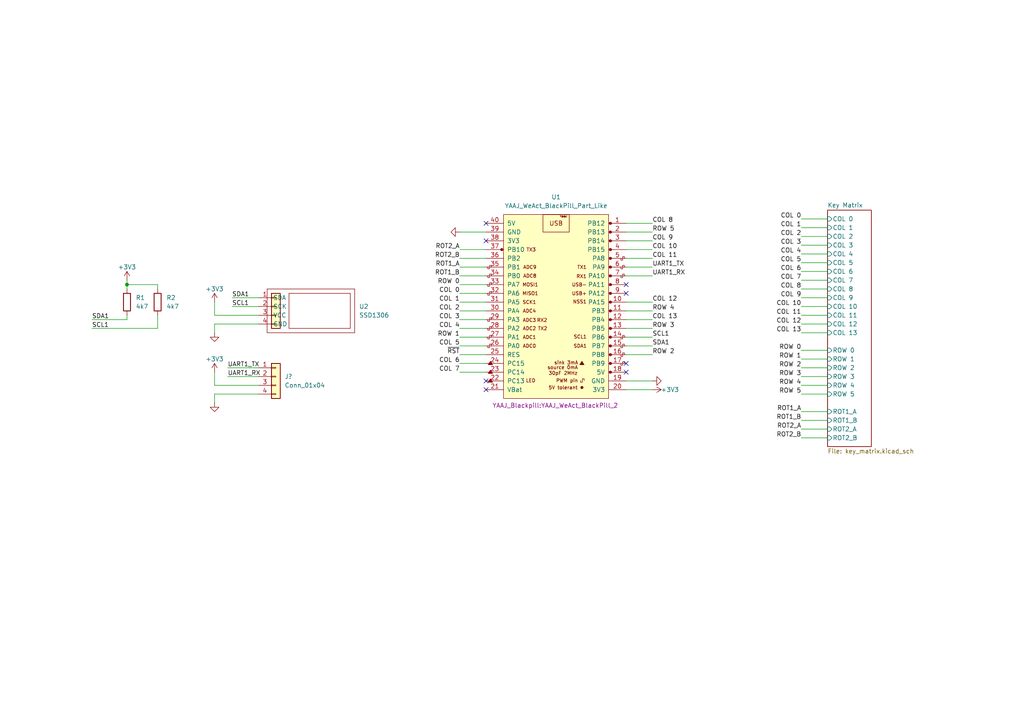
<source format=kicad_sch>
(kicad_sch (version 20211123) (generator eeschema)
  (paper "A4")
  (lib_symbols
    (symbol "Connector_Generic:Conn_01x04" (pin_names (offset 1.016) hide)
      (property "Reference" "J" (at 0 5.08 0))
      (property "Value" "Conn_01x04" (at 0 -7.62 0))
      (symbol "Conn_01x04_1_1"
        (rectangle (start -1.27 -4.953) (end 0 -5.207) (stroke (width 0.1524)))
        (rectangle (start -1.27 -2.413) (end 0 -2.667) (stroke (width 0.1524)))
        (rectangle (start -1.27 0.127) (end 0 -0.127) (stroke (width 0.1524)))
        (rectangle (start -1.27 2.667) (end 0 2.413) (stroke (width 0.1524)))
        (rectangle (start -1.27 3.81) (end 1.27 -6.35) (stroke (width 0.254)) (fill (type background)))
        (pin passive line (at -5.08 2.54 0) (length 3.81) (name "Pin_1") (number "1"))
        (pin passive line (at -5.08 0 0) (length 3.81) (name "Pin_2") (number "2"))
        (pin passive line (at -5.08 -2.54 0) (length 3.81) (name "Pin_3") (number "3"))
        (pin passive line (at -5.08 -5.08 0) (length 3.81) (name "Pin_4") (number "4"))
      )
    )
    (symbol "Device:R" (pin_numbers hide) (pin_names (offset 0))
      (property "Reference" "R" (at 2.032 0 90))
      (property "Value" "R" (at 0 0 90))
      (symbol "R_0_1"
        (rectangle (start -1.016 -2.54) (end 1.016 2.54) (stroke (width 0.254)))
      )
      (symbol "R_1_1"
        (pin passive line (at 0 3.81 270) (length 1.27) (name "~") (number "1"))
        (pin passive line (at 0 -3.81 90) (length 1.27) (name "~") (number "2"))
      )
    )
    (symbol "YAAJ_WeAct_BlackPill_Part_Like:YAAJ_WeAct_BlackPill_Part_Like" (pin_names (offset 1.016))
      (property "Reference" "U" (at -12.7 27.94 0))
      (property "Value" "YAAJ_WeAct_BlackPill_Part_Like" (at 0 2.54 90))
      (symbol "YAAJ_WeAct_BlackPill_Part_Like_0_0"
        (circle (center -15.748 -20.32) (radius 0.3556) (fill (type outline)))
        (circle (center -15.748 -17.78) (radius 0.3556) (fill (type outline)))
        (circle (center -15.748 -15.24) (radius 0.3556) (fill (type outline)))
        (circle (center -15.748 -12.7) (radius 0.3556) (fill (type outline)))
        (circle (center -15.748 -10.16) (radius 0.3556) (fill (type outline)))
        (circle (center -15.748 -7.62) (radius 0.3556) (fill (type outline)))
        (circle (center -15.748 -5.08) (radius 0.3556) (fill (type outline)))
        (circle (center -15.748 -2.54) (radius 0.3556) (fill (type outline)))
        (circle (center -15.748 0) (radius 0.3556) (fill (type outline)))
        (circle (center -15.748 2.54) (radius 0.3556) (fill (type outline)))
        (circle (center -15.748 5.08) (radius 0.3556) (fill (type outline)))
        (circle (center -15.748 7.62) (radius 0.3556) (fill (type outline)))
        (circle (center -15.748 10.16) (radius 0.3556) (fill (type outline)))
        (circle (center -15.748 12.7) (radius 0.3556) (fill (type outline)))
        (circle (center -15.748 15.24) (radius 0.3556) (fill (type outline)))
        (circle (center -15.748 17.78) (radius 0.3556) (fill (type outline)))
        (circle (center -15.748 22.86) (radius 0.3556) (fill (type outline)))
        (circle (center -7.493 -24.765) (radius 0.127) (fill (type outline)))
        (circle (center -7.493 -24.765) (radius 0.254))
        (circle (center -7.493 -24.765) (radius 0.3556))
        (polyline (pts (xy -8.128 -18.161) (xy -7.493 -17.145) (xy -6.858 -18.161) (xy -8.128 -18.161) (xy -7.493 -17.272) (xy -6.985 -18.161) (xy -8.001 -18.034) (xy -7.493 -17.399) (xy -7.112 -18.161) (xy -7.874 -17.907) (xy -7.366 -17.526) (xy -7.239 -18.161) (xy -7.747 -17.78) (xy -7.239 -17.653) (xy -7.366 -18.034) (xy -7.62 -17.78) (xy -7.366 -17.907) (xy -7.493 -17.653)))
        (polyline (pts (xy 18.415 -23.241) (xy 19.05 -22.225) (xy 19.685 -23.241) (xy 18.415 -23.241) (xy 19.05 -22.352) (xy 19.558 -23.241) (xy 18.542 -23.114) (xy 19.05 -22.479) (xy 19.431 -23.241) (xy 18.669 -22.987) (xy 19.177 -22.606) (xy 19.304 -23.241) (xy 18.796 -22.86) (xy 19.304 -22.733) (xy 19.177 -23.114) (xy 18.923 -22.86) (xy 19.177 -22.987) (xy 19.05 -22.733)))
        (polyline (pts (xy 18.415 -20.701) (xy 19.05 -19.685) (xy 19.685 -20.701) (xy 18.415 -20.701) (xy 19.05 -19.812) (xy 19.558 -20.701) (xy 18.542 -20.574) (xy 19.05 -19.939) (xy 19.431 -20.701) (xy 18.669 -20.447) (xy 19.177 -20.066) (xy 19.304 -20.701) (xy 18.796 -20.32) (xy 19.304 -20.193) (xy 19.177 -20.574) (xy 18.923 -20.32) (xy 19.177 -20.447) (xy 19.05 -20.193)))
        (polyline (pts (xy 18.415 -18.161) (xy 19.05 -17.145) (xy 19.685 -18.161) (xy 18.415 -18.161) (xy 19.05 -17.272) (xy 19.558 -18.161) (xy 18.542 -18.034) (xy 19.05 -17.399) (xy 19.431 -18.161) (xy 18.669 -17.907) (xy 19.177 -17.526) (xy 19.304 -18.161) (xy 18.796 -17.78) (xy 19.304 -17.653) (xy 19.177 -18.034) (xy 18.923 -17.78) (xy 19.177 -17.907) (xy 19.05 -17.653)))
        (circle (center 15.748 15.24) (radius 0.254) (fill (type outline)))
        (circle (center 15.748 15.24) (radius 0.3556))
        (text "30pF 2MHz" (at -2.032 -20.574 0) (effects (font (size 0.9906 0.9906))))
        (text "5V tolerant" (at -2.032 -24.765 0) (effects (font (size 0.9906 0.9906))))
        (text "ADC0" (at 7.747 -12.7 0) (effects (font (size 0.9906 0.9906))))
        (text "ADC1" (at 7.747 -10.16 0) (effects (font (size 0.9906 0.9906))))
        (text "ADC2" (at 7.747 -7.62 0) (effects (font (size 0.9906 0.9906))))
        (text "ADC3" (at 7.747 -5.207 0) (effects (font (size 0.9906 0.9906))))
        (text "ADC4" (at 7.747 -2.54 0) (effects (font (size 0.9906 0.9906))))
        (text "ADC8" (at 7.62 7.62 0) (effects (font (size 0.9906 0.9906))))
        (text "ADC9" (at 7.62 10.16 0) (effects (font (size 0.9906 0.9906))))
        (text "LED" (at 7.366 -22.733 0) (effects (font (size 0.9906 0.9906))))
        (text "MISO1" (at 7.493 2.54 0) (effects (font (size 0.9906 0.9906))))
        (text "MOSI1" (at 7.493 5.08 0) (effects (font (size 0.9906 0.9906))))
        (text "NSS1" (at -6.858 0.127 0) (effects (font (size 0.9906 0.9906))))
        (text "PWM pin" (at -3.175 -22.733 0) (effects (font (size 0.9906 0.9906))))
        (text "RX1" (at -7.366 7.493 0) (effects (font (size 0.9906 0.9906))))
        (text "RX2" (at 4.064 -5.207 0) (effects (font (size 0.9906 0.9906))))
        (text "SCK1" (at 7.747 0 0) (effects (font (size 0.9906 0.9906))))
        (text "SCL1" (at -6.985 -10.033 0) (effects (font (size 0.9906 0.9906))))
        (text "SDA1" (at -6.985 -12.7 0) (effects (font (size 0.9906 0.9906))))
        (text "sink 3mA" (at -2.921 -17.526 0) (effects (font (size 0.9906 0.9906))))
        (text "source 0mA" (at -1.905 -18.923 0) (effects (font (size 0.9906 0.9906))))
        (text "TX1" (at -7.493 10.16 0) (effects (font (size 0.9906 0.9906))))
        (text "TX2" (at 3.937 -7.62 0) (effects (font (size 0.9906 0.9906))))
        (text "TX3" (at 7.239 15.24 0) (effects (font (size 0.9906 0.9906))))
        (text "USB" (at 0 22.86 0) (effects (font (size 1.27 1.27))))
        (text "USB+" (at -6.731 2.54 0) (effects (font (size 0.9906 0.9906))))
        (text "USB-" (at -6.731 5.08 0) (effects (font (size 0.9906 0.9906))))
        (text "Y@@J" (at -2.159 24.892 0) (effects (font (size 0.508 0.508))))
      )
      (symbol "YAAJ_WeAct_BlackPill_Part_Like_0_1"
        (rectangle (start -15.24 25.4) (end 15.24 -27.94) (fill (type background)))
        (polyline (pts (xy -18.796 -17.78) (xy -18.796 -18.288) (xy -19.304 -18.288) (xy -19.304 -17.272) (xy -19.812 -17.272) (xy -19.812 -17.78)))
        (polyline (pts (xy -18.796 -15.24) (xy -18.796 -15.748) (xy -19.304 -15.748) (xy -19.304 -14.732) (xy -19.812 -14.732) (xy -19.812 -15.24)))
        (polyline (pts (xy -18.796 -12.7) (xy -18.796 -13.208) (xy -19.304 -13.208) (xy -19.304 -12.192) (xy -19.812 -12.192) (xy -19.812 -12.7)))
        (polyline (pts (xy -18.796 -10.16) (xy -18.796 -10.668) (xy -19.304 -10.668) (xy -19.304 -9.652) (xy -19.812 -9.652) (xy -19.812 -10.16)))
        (polyline (pts (xy -18.796 7.62) (xy -18.796 7.112) (xy -19.304 7.112) (xy -19.304 8.128) (xy -19.812 8.128) (xy -19.812 7.62)))
        (polyline (pts (xy -18.796 10.16) (xy -18.796 9.652) (xy -19.304 9.652) (xy -19.304 10.668) (xy -19.812 10.668) (xy -19.812 10.16)))
        (polyline (pts (xy -18.796 12.7) (xy -18.796 12.192) (xy -19.304 12.192) (xy -19.304 13.208) (xy -19.812 13.208) (xy -19.812 12.7)))
        (polyline (pts (xy -7.112 -22.733) (xy -7.112 -23.241) (xy -7.62 -23.241) (xy -7.62 -22.225) (xy -8.128 -22.225) (xy -8.128 -22.733)))
        (polyline (pts (xy 19.812 -12.7) (xy 19.812 -13.208) (xy 19.304 -13.208) (xy 19.304 -12.192) (xy 18.796 -12.192) (xy 18.796 -12.7)))
        (polyline (pts (xy 19.812 -10.16) (xy 19.812 -10.668) (xy 19.304 -10.668) (xy 19.304 -9.652) (xy 18.796 -9.652) (xy 18.796 -10.16)))
        (polyline (pts (xy 19.812 -7.62) (xy 19.812 -8.128) (xy 19.304 -8.128) (xy 19.304 -7.112) (xy 18.796 -7.112) (xy 18.796 -7.62)))
        (polyline (pts (xy 19.812 -5.08) (xy 19.812 -5.588) (xy 19.304 -5.588) (xy 19.304 -4.572) (xy 18.796 -4.572) (xy 18.796 -5.08)))
        (polyline (pts (xy 19.812 2.54) (xy 19.812 2.032) (xy 19.304 2.032) (xy 19.304 3.048) (xy 18.796 3.048) (xy 18.796 2.54)))
        (polyline (pts (xy 19.812 5.08) (xy 19.812 4.572) (xy 19.304 4.572) (xy 19.304 5.588) (xy 18.796 5.588) (xy 18.796 5.08)))
        (polyline (pts (xy 19.812 7.62) (xy 19.812 7.112) (xy 19.304 7.112) (xy 19.304 8.128) (xy 18.796 8.128) (xy 18.796 7.62)))
        (polyline (pts (xy 19.812 10.16) (xy 19.812 9.652) (xy 19.304 9.652) (xy 19.304 10.668) (xy 18.796 10.668) (xy 18.796 10.16)))
        (rectangle (start 3.81 25.4) (end -3.81 20.32))
      )
      (symbol "YAAJ_WeAct_BlackPill_Part_Like_1_1"
        (circle (center -15.748 20.32) (radius 0.3556) (fill (type outline)))
        (pin bidirectional line (at -20.32 22.86 0) (length 5.08) (name "PB12") (number "1"))
        (pin bidirectional line (at -20.32 0 0) (length 5.08) (name "PA15") (number "10"))
        (pin bidirectional line (at -20.32 -2.54 0) (length 5.08) (name "PB3") (number "11"))
        (pin bidirectional line (at -20.32 -5.08 0) (length 5.08) (name "PB4") (number "12"))
        (pin bidirectional line (at -20.32 -7.62 0) (length 5.08) (name "PB5") (number "13"))
        (pin bidirectional line (at -20.32 -10.16 0) (length 5.08) (name "PB6") (number "14"))
        (pin bidirectional line (at -20.32 -12.7 0) (length 5.08) (name "PB7") (number "15"))
        (pin bidirectional line (at -20.32 -15.24 0) (length 5.08) (name "PB8") (number "16"))
        (pin bidirectional line (at -20.32 -17.78 0) (length 5.08) (name "PB9") (number "17"))
        (pin power_in line (at -20.32 -20.32 0) (length 5.08) (name "5V") (number "18"))
        (pin power_in line (at -20.32 -22.86 0) (length 5.08) (name "GND") (number "19"))
        (pin bidirectional line (at -20.32 20.32 0) (length 5.08) (name "PB13") (number "2"))
        (pin power_in line (at -20.32 -25.4 0) (length 5.08) (name "3V3") (number "20"))
        (pin power_in line (at 20.32 -25.4 180) (length 5.08) (name "VBat") (number "21"))
        (pin bidirectional line (at 20.32 -22.86 180) (length 5.08) (name "PC13") (number "22"))
        (pin bidirectional line (at 20.32 -20.32 180) (length 5.08) (name "PC14") (number "23"))
        (pin bidirectional line (at 20.32 -17.78 180) (length 5.08) (name "PC15") (number "24"))
        (pin input line (at 20.32 -15.24 180) (length 5.08) (name "RES") (number "25"))
        (pin bidirectional line (at 20.32 -12.7 180) (length 5.08) (name "PA0") (number "26"))
        (pin bidirectional line (at 20.32 -10.16 180) (length 5.08) (name "PA1") (number "27"))
        (pin bidirectional line (at 20.32 -7.62 180) (length 5.08) (name "PA2") (number "28"))
        (pin bidirectional line (at 20.32 -5.08 180) (length 5.08) (name "PA3") (number "29"))
        (pin bidirectional line (at -20.32 17.78 0) (length 5.08) (name "PB14") (number "3"))
        (pin bidirectional line (at 20.32 -2.54 180) (length 5.08) (name "PA4") (number "30"))
        (pin bidirectional line (at 20.32 0 180) (length 5.08) (name "PA5") (number "31"))
        (pin bidirectional line (at 20.32 2.54 180) (length 5.08) (name "PA6") (number "32"))
        (pin bidirectional line (at 20.32 5.08 180) (length 5.08) (name "PA7") (number "33"))
        (pin bidirectional line (at 20.32 7.62 180) (length 5.08) (name "PB0") (number "34"))
        (pin bidirectional line (at 20.32 10.16 180) (length 5.08) (name "PB1") (number "35"))
        (pin bidirectional line (at 20.32 12.7 180) (length 5.08) (name "PB2") (number "36"))
        (pin bidirectional line (at 20.32 15.24 180) (length 5.08) (name "PB10") (number "37"))
        (pin power_in line (at 20.32 17.78 180) (length 5.08) (name "3V3") (number "38"))
        (pin power_in line (at 20.32 20.32 180) (length 5.08) (name "GND") (number "39"))
        (pin bidirectional line (at -20.32 15.24 0) (length 5.08) (name "PB15") (number "4"))
        (pin power_in line (at 20.32 22.86 180) (length 5.08) (name "5V") (number "40"))
        (pin bidirectional line (at -20.32 12.7 0) (length 5.08) (name "PA8") (number "5"))
        (pin bidirectional line (at -20.32 10.16 0) (length 5.08) (name "PA9") (number "6"))
        (pin bidirectional line (at -20.32 7.62 0) (length 5.08) (name "PA10") (number "7"))
        (pin bidirectional line (at -20.32 5.08 0) (length 5.08) (name "PA11") (number "8"))
        (pin bidirectional line (at -20.32 2.54 0) (length 5.08) (name "PA12") (number "9"))
      )
    )
    (symbol "_scott_lib:SSD1306"
      (property "Reference" "U" (at -7.62 -10.16 0))
      (property "Value" "SSD1306" (at -7.62 -10.16 0))
      (symbol "SSD1306_0_1"
        (rectangle (start -2.54 2.54) (end 22.86 -10.16))
        (rectangle (start 3.81 1.27) (end 21.59 -8.89))
      )
      (symbol "SSD1306_1_1"
        (rectangle (start -1.27 -7.493) (end 0 -7.747) (stroke (width 0.1524)))
        (rectangle (start -1.27 -4.953) (end 0 -5.207) (stroke (width 0.1524)))
        (rectangle (start -1.27 -2.413) (end 0 -2.667) (stroke (width 0.1524)))
        (rectangle (start -1.27 0.127) (end 0 -0.127) (stroke (width 0.1524)))
        (rectangle (start -1.27 1.27) (end 1.27 -8.89) (stroke (width 0.254)) (fill (type background)))
        (pin passive line (at -5.08 0 0) (length 3.81) (name "SDA") (number "1"))
        (pin passive line (at -5.08 -2.54 0) (length 3.81) (name "SCK") (number "2"))
        (pin power_in line (at -5.08 -5.08 0) (length 3.81) (name "VCC") (number "3"))
        (pin passive line (at -5.08 -7.62 0) (length 3.81) (name "GND") (number "4"))
      )
    )
    (symbol "power:+3V3" (power) (pin_names (offset 0))
      (property "Value" "+3V3" (at 0 3.556 0))
      (symbol "+3V3_0_1"
        (polyline (pts (xy -0.762 1.27) (xy 0 2.54)))
        (polyline (pts (xy 0 0) (xy 0 2.54)))
        (polyline (pts (xy 0 2.54) (xy 0.762 1.27)))
      )
      (symbol "+3V3_1_1"
        (pin power_in line (at 0 0 90) (length 0) hide (name "+3V3") (number "1"))
      )
    )
    (symbol "power:GND" (power) (pin_names (offset 0))
      (property "Value" "GND" (at 0 -3.81 0))
      (symbol "GND_0_1"
        (polyline (pts (xy 0 0) (xy 0 -1.27) (xy 1.27 -1.27) (xy 0 -2.54) (xy -1.27 -1.27) (xy 0 -1.27)))
      )
      (symbol "GND_1_1"
        (pin power_in line (at 0 0 270) (length 0) hide (name "GND") (number "1"))
      )
    )
  )
  (junction (at 36.83 82.55))
  (no_connect (at 181.61 85.09))
  (no_connect (at 140.97 64.77))
  (no_connect (at 140.97 110.49))
  (no_connect (at 181.61 105.41))
  (no_connect (at 140.97 69.85))
  (no_connect (at 181.61 82.55))
  (no_connect (at 140.97 113.03))
  (no_connect (at 181.61 107.95))
  (wire (pts (xy 240.03 104.14) (xy 232.41 104.14)))
  (wire (pts (xy 240.03 91.44) (xy 232.41 91.44)))
  (wire (pts (xy 67.31 86.36) (xy 74.93 86.36)))
  (wire (pts (xy 140.97 74.93) (xy 133.35 74.93)))
  (wire (pts (xy 74.93 91.44) (xy 62.23 91.44)))
  (wire (pts (xy 74.93 114.3) (xy 62.23 114.3)))
  (wire (pts (xy 62.23 93.98) (xy 62.23 96.52)))
  (wire (pts (xy 62.23 111.76) (xy 62.23 107.95)))
  (wire (pts (xy 62.23 91.44) (xy 62.23 87.63)))
  (wire (pts (xy 133.35 67.31) (xy 140.97 67.31)))
  (wire (pts (xy 140.97 100.33) (xy 133.35 100.33)))
  (wire (pts (xy 181.61 64.77) (xy 189.23 64.77)))
  (wire (pts (xy 240.03 114.3) (xy 232.41 114.3)))
  (wire (pts (xy 62.23 114.3) (xy 62.23 116.84)))
  (wire (pts (xy 36.83 92.71) (xy 36.83 91.44)))
  (wire (pts (xy 140.97 102.87) (xy 133.35 102.87)))
  (wire (pts (xy 181.61 113.03) (xy 189.23 113.03)))
  (wire (pts (xy 36.83 82.55) (xy 36.83 83.82)))
  (wire (pts (xy 181.61 74.93) (xy 189.23 74.93)))
  (wire (pts (xy 240.03 119.38) (xy 232.41 119.38)))
  (wire (pts (xy 181.61 92.71) (xy 189.23 92.71)))
  (wire (pts (xy 140.97 105.41) (xy 133.35 105.41)))
  (wire (pts (xy 240.03 121.92) (xy 232.41 121.92)))
  (wire (pts (xy 140.97 90.17) (xy 133.35 90.17)))
  (wire (pts (xy 181.61 95.25) (xy 189.23 95.25)))
  (wire (pts (xy 240.03 73.66) (xy 232.41 73.66)))
  (wire (pts (xy 140.97 97.79) (xy 133.35 97.79)))
  (wire (pts (xy 189.23 110.49) (xy 181.61 110.49)))
  (wire (pts (xy 181.61 80.01) (xy 189.23 80.01)))
  (wire (pts (xy 45.72 83.82) (xy 45.72 82.55)))
  (wire (pts (xy 240.03 66.04) (xy 232.41 66.04)))
  (wire (pts (xy 181.61 100.33) (xy 189.23 100.33)))
  (wire (pts (xy 240.03 96.52) (xy 232.41 96.52)))
  (wire (pts (xy 240.03 81.28) (xy 232.41 81.28)))
  (wire (pts (xy 74.93 93.98) (xy 62.23 93.98)))
  (wire (pts (xy 240.03 93.98) (xy 232.41 93.98)))
  (wire (pts (xy 140.97 80.01) (xy 133.35 80.01)))
  (wire (pts (xy 240.03 71.12) (xy 232.41 71.12)))
  (wire (pts (xy 240.03 109.22) (xy 232.41 109.22)))
  (wire (pts (xy 66.04 106.68) (xy 74.93 106.68)))
  (wire (pts (xy 26.67 95.25) (xy 45.72 95.25)))
  (wire (pts (xy 26.67 92.71) (xy 36.83 92.71)))
  (wire (pts (xy 140.97 72.39) (xy 133.35 72.39)))
  (wire (pts (xy 240.03 63.5) (xy 232.41 63.5)))
  (wire (pts (xy 240.03 68.58) (xy 232.41 68.58)))
  (wire (pts (xy 240.03 106.68) (xy 232.41 106.68)))
  (wire (pts (xy 240.03 124.46) (xy 232.41 124.46)))
  (wire (pts (xy 181.61 87.63) (xy 189.23 87.63)))
  (wire (pts (xy 140.97 95.25) (xy 133.35 95.25)))
  (wire (pts (xy 181.61 69.85) (xy 189.23 69.85)))
  (wire (pts (xy 181.61 97.79) (xy 189.23 97.79)))
  (wire (pts (xy 140.97 92.71) (xy 133.35 92.71)))
  (wire (pts (xy 181.61 90.17) (xy 189.23 90.17)))
  (wire (pts (xy 181.61 102.87) (xy 189.23 102.87)))
  (wire (pts (xy 74.93 111.76) (xy 62.23 111.76)))
  (wire (pts (xy 240.03 83.82) (xy 232.41 83.82)))
  (wire (pts (xy 240.03 86.36) (xy 232.41 86.36)))
  (wire (pts (xy 140.97 82.55) (xy 133.35 82.55)))
  (wire (pts (xy 181.61 67.31) (xy 189.23 67.31)))
  (wire (pts (xy 240.03 76.2) (xy 232.41 76.2)))
  (wire (pts (xy 240.03 88.9) (xy 232.41 88.9)))
  (wire (pts (xy 240.03 127) (xy 232.41 127)))
  (wire (pts (xy 140.97 87.63) (xy 133.35 87.63)))
  (wire (pts (xy 240.03 101.6) (xy 232.41 101.6)))
  (wire (pts (xy 240.03 111.76) (xy 232.41 111.76)))
  (wire (pts (xy 181.61 72.39) (xy 189.23 72.39)))
  (wire (pts (xy 140.97 85.09) (xy 133.35 85.09)))
  (wire (pts (xy 66.04 109.22) (xy 74.93 109.22)))
  (wire (pts (xy 45.72 95.25) (xy 45.72 91.44)))
  (wire (pts (xy 67.31 88.9) (xy 74.93 88.9)))
  (wire (pts (xy 140.97 107.95) (xy 133.35 107.95)))
  (wire (pts (xy 240.03 78.74) (xy 232.41 78.74)))
  (wire (pts (xy 140.97 77.47) (xy 133.35 77.47)))
  (wire (pts (xy 36.83 82.55) (xy 45.72 82.55)))
  (wire (pts (xy 36.83 81.28) (xy 36.83 82.55)))
  (wire (pts (xy 181.61 77.47) (xy 189.23 77.47)))
  (label "ROW 4" (at 232.41 111.76 180))
  (label "COL 13" (at 232.41 96.52 180))
  (label "COL 10" (at 189.23 72.39 0))
  (label "SDA1" (at 189.23 100.33 0))
  (label "COL 4" (at 232.41 73.66 180))
  (label "COL 6" (at 232.41 78.74 180))
  (label "ROT2_B" (at 133.35 74.93 180))
  (label "COL 2" (at 232.41 68.58 180))
  (label "ROW 5" (at 232.41 114.3 180))
  (label "SCL1" (at 189.23 97.79 0))
  (label "ROW 2" (at 189.23 102.87 0))
  (label "COL 8" (at 232.41 83.82 180))
  (label "UART1_RX" (at 189.23 80.01 0))
  (label "ROW 1" (at 133.35 97.79 180))
  (label "ROT1_B" (at 232.41 121.92 180))
  (label "COL 5" (at 232.41 76.2 180))
  (label "COL 1" (at 133.35 87.63 180))
  (label "ROW 3" (at 189.23 95.25 0))
  (label "COL 5" (at 133.35 100.33 180))
  (label "COL 3" (at 133.35 92.71 180))
  (label "COL 7" (at 133.35 107.95 180))
  (label "ROT2_A" (at 232.41 124.46 180))
  (label "COL 2" (at 133.35 90.17 180))
  (label "UART1_RX" (at 66.04 109.22 0))
  (label "COL 4" (at 133.35 95.25 180))
  (label "COL 8" (at 189.23 64.77 0))
  (label "COL 1" (at 232.41 66.04 180))
  (label "UART1_TX" (at 189.23 77.47 0))
  (label "ROW 5" (at 189.23 67.31 0))
  (label "SDA1" (at 26.67 92.71 0))
  (label "ROT1_A" (at 232.41 119.38 180))
  (label "COL 6" (at 133.35 105.41 180))
  (label "UART1_TX" (at 66.04 106.68 0))
  (label "COL 12" (at 232.41 93.98 180))
  (label "COL 0" (at 133.35 85.09 180))
  (label "SCL1" (at 67.31 88.9 0))
  (label "COL 13" (at 189.23 92.71 0))
  (label "ROW 3" (at 232.41 109.22 180))
  (label "COL 3" (at 232.41 71.12 180))
  (label "COL 7" (at 232.41 81.28 180))
  (label "ROT1_B" (at 133.35 80.01 180))
  (label "ROW 0" (at 232.41 101.6 180))
  (label "ROT1_A" (at 133.35 77.47 180))
  (label "~{RST}" (at 133.35 102.87 180))
  (label "ROW 2" (at 232.41 106.68 180))
  (label "COL 11" (at 232.41 91.44 180))
  (label "ROT2_B" (at 232.41 127 180))
  (label "COL 12" (at 189.23 87.63 0))
  (label "SCL1" (at 26.67 95.25 0))
  (label "ROW 0" (at 133.35 82.55 180))
  (label "ROW 1" (at 232.41 104.14 180))
  (label "ROW 4" (at 189.23 90.17 0))
  (label "ROT2_A" (at 133.35 72.39 180))
  (label "COL 10" (at 232.41 88.9 180))
  (label "COL 0" (at 232.41 63.5 180))
  (label "COL 11" (at 189.23 74.93 0))
  (label "SDA1" (at 67.31 86.36 0))
  (label "COL 9" (at 189.23 69.85 0))
  (label "COL 9" (at 232.41 86.36 180))
  (symbol (lib_id "_scott_lib:SSD1306") (at 80.01 86.36 0) (unit 1)
    (property "Reference" "U2" (at 104.14 88.8999 0) (effects (justify left)))
    (property "Value" "SSD1306" (at 104.14 91.4399 0) (effects (justify left)))
    (property "Footprint" "_scott_lib:SSD1306_128X32" (effects hide))
  )
  (symbol (lib_id "YAAJ_WeAct_BlackPill_Part_Like:YAAJ_WeAct_BlackPill_Part_Like") (at 161.29 87.63 0) (mirror y) (unit 1)
    (property "Reference" "U1" (at 161.29 57.15 0))
    (property "Value" "YAAJ_WeAct_BlackPill_Part_Like" (at 161.29 59.69 0))
    (property "Footprint" "YAAJ_Blackpill:YAAJ_WeAct_BlackPill_2" (at 161.036 117.602 0))
  )
  (symbol (lib_id "Device:R") (at 45.72 87.63 0) (unit 1)
    (property "Reference" "R2" (at 48.26 86.3599 0) (effects (justify left)))
    (property "Value" "4k7" (at 48.26 88.8999 0) (effects (justify left)))
    (property "Footprint" "_scott_lib:C_0603_1608Metric_Pad1.08x0.95mm_HandSolder" (effects hide))
  )
  (symbol (lib_id "power:+3V3") (at 189.23 113.03 270) (unit 1)
    (property "Reference" "#PWR0107" (effects hide))
    (property "Value" "+3V3" (at 194.31 113.03 90))
  )
  (symbol (lib_id "power:GND") (at 133.35 67.31 270) (unit 1)
    (property "Reference" "#PWR0101" (effects hide))
    (property "Value" "GND" (effects hide))
  )
  (symbol (lib_id "Device:R") (at 36.83 87.63 0) (unit 1)
    (property "Reference" "R1" (at 39.37 86.3599 0) (effects (justify left)))
    (property "Value" "4k7" (at 39.37 88.8999 0) (effects (justify left)))
    (property "Footprint" "_scott_lib:C_0603_1608Metric_Pad1.08x0.95mm_HandSolder" (effects hide))
  )
  (symbol (lib_id "power:+3V3") (at 36.83 81.28 0) (unit 1)
    (property "Reference" "#PWR0110" (effects hide))
    (property "Value" "+3V3" (at 36.83 77.47 0))
  )
  (symbol (lib_id "power:GND") (at 62.23 96.52 0) (unit 1)
    (property "Reference" "#PWR0109" (effects hide))
    (property "Value" "GND" (effects hide))
  )
  (symbol (lib_id "power:+3V3") (at 62.23 107.95 0) (unit 1)
    (property "Reference" "#PWR?" (effects hide))
    (property "Value" "+3V3" (at 62.23 104.14 0))
  )
  (symbol (lib_id "power:+3V3") (at 62.23 87.63 0) (unit 1)
    (property "Reference" "#PWR0108" (effects hide))
    (property "Value" "+3V3" (at 62.23 83.82 0))
  )
  (symbol (lib_id "power:GND") (at 189.23 110.49 90) (mirror x) (unit 1)
    (property "Reference" "#PWR0102" (effects hide))
    (property "Value" "GND" (effects hide))
  )
  (symbol (lib_id "power:GND") (at 62.23 116.84 0) (unit 1)
    (property "Reference" "#PWR?" (effects hide))
    (property "Value" "GND" (effects hide))
  )
  (symbol (lib_id "Connector_Generic:Conn_01x04") (at 80.01 109.22 0) (unit 1)
    (property "Reference" "J?" (at 82.55 109.2199 0) (effects (justify left)))
    (property "Value" "Conn_01x04" (at 82.55 111.7599 0) (effects (justify left)))
  )
  (sheet (at 240.03 60.96) (size 12.7 68.58) (stroke (width 0.1524))
    (property "Sheet name" "Key Matrix" (at 240.03 60.2484 0) (effects (justify left bottom)))
    (property "Sheet file" "key_matrix.kicad_sch" (at 240.03 130.1246 0) (effects (justify left top)))
    (pin "COL 0" input (at 240.03 63.5 180))
    (pin "COL 1" input (at 240.03 66.04 180))
    (pin "COL 2" input (at 240.03 68.58 180))
    (pin "COL 3" input (at 240.03 71.12 180))
    (pin "COL 4" input (at 240.03 73.66 180))
    (pin "COL 5" input (at 240.03 76.2 180))
    (pin "COL 6" input (at 240.03 78.74 180))
    (pin "COL 9" input (at 240.03 86.36 180))
    (pin "COL 10" input (at 240.03 88.9 180))
    (pin "COL 7" input (at 240.03 81.28 180))
    (pin "COL 8" input (at 240.03 83.82 180))
    (pin "COL 11" input (at 240.03 91.44 180))
    (pin "COL 12" input (at 240.03 93.98 180))
    (pin "COL 13" input (at 240.03 96.52 180))
    (pin "ROW 1" input (at 240.03 104.14 180))
    (pin "ROW 2" input (at 240.03 106.68 180))
    (pin "ROW 3" input (at 240.03 109.22 180))
    (pin "ROW 4" input (at 240.03 111.76 180))
    (pin "ROW 5" input (at 240.03 114.3 180))
    (pin "ROW 0" input (at 240.03 101.6 180))
    (pin "ROT1_A" input (at 240.03 119.38 180))
    (pin "ROT1_B" input (at 240.03 121.92 180))
    (pin "ROT2_B" input (at 240.03 127 180))
    (pin "ROT2_A" input (at 240.03 124.46 180))
  )
)
</source>
